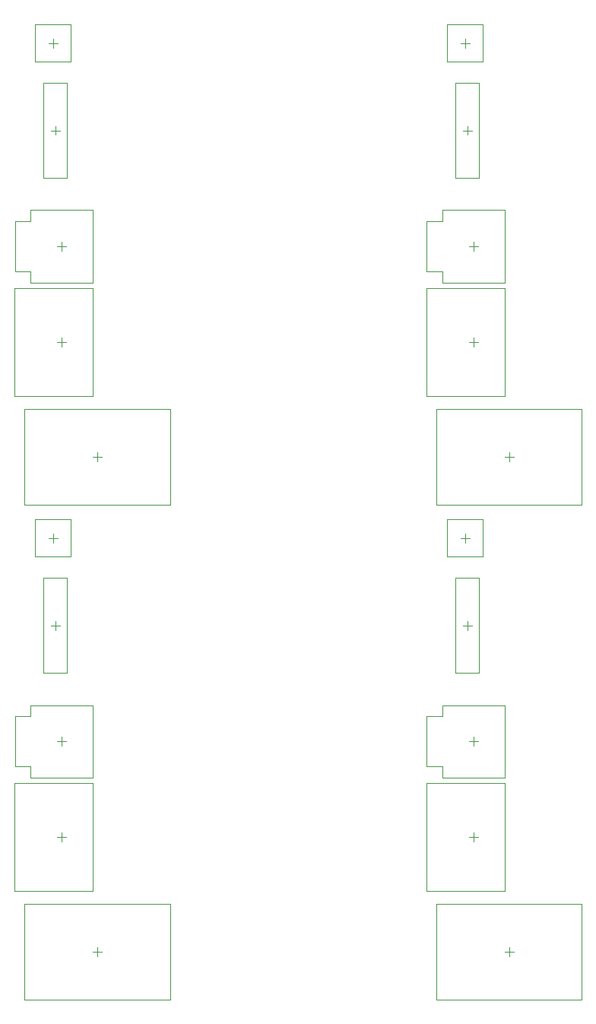
<source format=gbr>
G04*
G04 #@! TF.GenerationSoftware,Altium Limited,Altium Designer,25.4.2 (15)*
G04*
G04 Layer_Color=32768*
%FSLAX44Y44*%
%MOMM*%
G71*
G04*
G04 #@! TF.SameCoordinates,E50F2220-639C-4698-B7CA-9BFD618F9179*
G04*
G04*
G04 #@! TF.FilePolarity,Positive*
G04*
G01*
G75*
%ADD50C,0.1000*%
%ADD51C,0.0500*%
D50*
X556250Y467460D02*
X566250D01*
X561250Y462460D02*
Y472460D01*
X556250Y573910D02*
X566250D01*
X561250Y568910D02*
Y578910D01*
X546750Y800210D02*
X556750D01*
X551750Y795210D02*
Y805210D01*
X554250Y697960D02*
Y707960D01*
X549250Y702960D02*
X559250D01*
X601000Y334460D02*
Y344460D01*
X596000Y339460D02*
X606000D01*
X1015040Y467460D02*
X1025040D01*
X1020040Y462460D02*
Y472460D01*
X1015040Y573910D02*
X1025040D01*
X1020040Y568910D02*
Y578910D01*
X1005540Y800210D02*
X1015540D01*
X1010540Y795210D02*
Y805210D01*
X1013040Y697960D02*
Y707960D01*
X1008040Y702960D02*
X1018040D01*
X1059790Y334460D02*
Y344460D01*
X1054790Y339460D02*
X1064790D01*
X556250Y1018730D02*
X566250D01*
X561250Y1013730D02*
Y1023730D01*
X556250Y1125180D02*
X566250D01*
X561250Y1120180D02*
Y1130180D01*
X546750Y1351480D02*
X556750D01*
X551750Y1346480D02*
Y1356480D01*
X554250Y1249230D02*
Y1259230D01*
X549250Y1254230D02*
X559250D01*
X601000Y885730D02*
Y895730D01*
X596000Y890730D02*
X606000D01*
X1015040Y1018730D02*
X1025040D01*
X1020040Y1013730D02*
Y1023730D01*
X1015040Y1125180D02*
X1025040D01*
X1020040Y1120180D02*
Y1130180D01*
X1005540Y1351480D02*
X1015540D01*
X1010540Y1346480D02*
Y1356480D01*
X1013040Y1249230D02*
Y1259230D01*
X1008040Y1254230D02*
X1018040D01*
X1059790Y885730D02*
Y895730D01*
X1054790Y890730D02*
X1064790D01*
D51*
X508750Y527560D02*
X595750D01*
Y407360D02*
Y527560D01*
X508750Y407360D02*
X595750D01*
X508750D02*
Y527560D01*
X526250Y614210D02*
X596250D01*
X526250Y601710D02*
Y614210D01*
X509250Y601710D02*
X526250D01*
X596250Y533610D02*
Y614210D01*
X526250Y533610D02*
X596250D01*
X526250D02*
Y546110D01*
X509250D02*
X526250D01*
X509250D02*
Y601710D01*
X531760Y820910D02*
X571740D01*
Y779510D02*
Y820910D01*
X531760Y779510D02*
Y820910D01*
Y779510D02*
X571740D01*
X541250Y755710D02*
X567250D01*
X541250Y650210D02*
Y755710D01*
X567250Y650210D02*
Y755710D01*
X541250Y650210D02*
X567250D01*
X520000Y392460D02*
X682000D01*
X520000Y286460D02*
X682000D01*
X520000D02*
Y392460D01*
X682000Y286460D02*
Y392460D01*
X967540Y527560D02*
X1054540D01*
Y407360D02*
Y527560D01*
X967540Y407360D02*
X1054540D01*
X967540D02*
Y527560D01*
X985040Y614210D02*
X1055040D01*
X985040Y601710D02*
Y614210D01*
X968040Y601710D02*
X985040D01*
X1055040Y533610D02*
Y614210D01*
X985040Y533610D02*
X1055040D01*
X985040D02*
Y546110D01*
X968040D02*
X985040D01*
X968040D02*
Y601710D01*
X990550Y820910D02*
X1030530D01*
Y779510D02*
Y820910D01*
X990550Y779510D02*
Y820910D01*
Y779510D02*
X1030530D01*
X1000040Y755710D02*
X1026040D01*
X1000040Y650210D02*
Y755710D01*
X1026040Y650210D02*
Y755710D01*
X1000040Y650210D02*
X1026040D01*
X978790Y392460D02*
X1140790D01*
X978790Y286460D02*
X1140790D01*
X978790D02*
Y392460D01*
X1140790Y286460D02*
Y392460D01*
X508750Y1078830D02*
X595750D01*
Y958630D02*
Y1078830D01*
X508750Y958630D02*
X595750D01*
X508750D02*
Y1078830D01*
X526250Y1165480D02*
X596250D01*
X526250Y1152980D02*
Y1165480D01*
X509250Y1152980D02*
X526250D01*
X596250Y1084880D02*
Y1165480D01*
X526250Y1084880D02*
X596250D01*
X526250D02*
Y1097380D01*
X509250D02*
X526250D01*
X509250D02*
Y1152980D01*
X531760Y1372180D02*
X571740D01*
Y1330780D02*
Y1372180D01*
X531760Y1330780D02*
Y1372180D01*
Y1330780D02*
X571740D01*
X541250Y1306980D02*
X567250D01*
X541250Y1201480D02*
Y1306980D01*
X567250Y1201480D02*
Y1306980D01*
X541250Y1201480D02*
X567250D01*
X520000Y943730D02*
X682000D01*
X520000Y837730D02*
X682000D01*
X520000D02*
Y943730D01*
X682000Y837730D02*
Y943730D01*
X967540Y1078830D02*
X1054540D01*
Y958630D02*
Y1078830D01*
X967540Y958630D02*
X1054540D01*
X967540D02*
Y1078830D01*
X985040Y1165480D02*
X1055040D01*
X985040Y1152980D02*
Y1165480D01*
X968040Y1152980D02*
X985040D01*
X1055040Y1084880D02*
Y1165480D01*
X985040Y1084880D02*
X1055040D01*
X985040D02*
Y1097380D01*
X968040D02*
X985040D01*
X968040D02*
Y1152980D01*
X990550Y1372180D02*
X1030530D01*
Y1330780D02*
Y1372180D01*
X990550Y1330780D02*
Y1372180D01*
Y1330780D02*
X1030530D01*
X1000040Y1306980D02*
X1026040D01*
X1000040Y1201480D02*
Y1306980D01*
X1026040Y1201480D02*
Y1306980D01*
X1000040Y1201480D02*
X1026040D01*
X978790Y943730D02*
X1140790D01*
X978790Y837730D02*
X1140790D01*
X978790D02*
Y943730D01*
X1140790Y837730D02*
Y943730D01*
M02*

</source>
